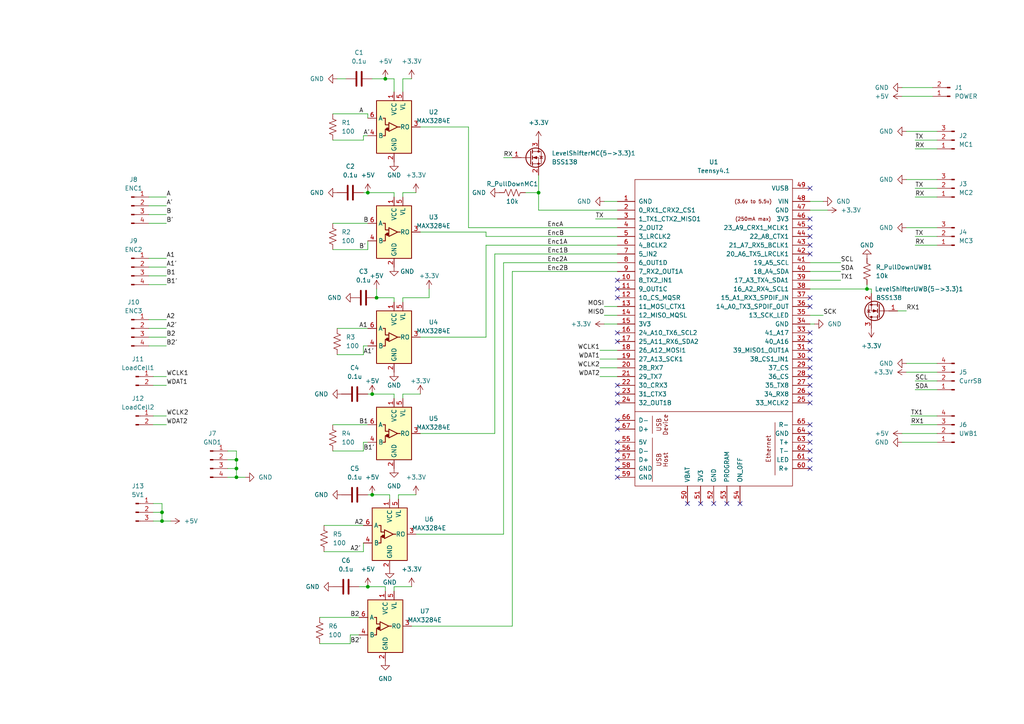
<source format=kicad_sch>
(kicad_sch (version 20230121) (generator eeschema)
  (paper "A4")
  (lib_symbols
    (symbol "Connector:Conn_01x02_Male" (pin_names (offset 1.016) hide)
      (property "Reference" "J" (at 0 2.54 0))
      (property "Value" "Conn_01x02_Male" (at 0 -5.08 0))
      (symbol "Conn_01x02_Male_1_1"
        (polyline (pts (xy 1.27 -2.54) (xy 0.8636 -2.54)) (stroke (width 0.1524)))
        (polyline (pts (xy 1.27 0) (xy 0.8636 0)) (stroke (width 0.1524)))
        (rectangle (start 0.8636 -2.413) (end 0 -2.667) (stroke (width 0.1524)) (fill (type outline)))
        (rectangle (start 0.8636 0.127) (end 0 -0.127) (stroke (width 0.1524)) (fill (type outline)))
        (pin passive line (at 5.08 0 180) (length 3.81) (name "Pin_1") (number "1"))
        (pin passive line (at 5.08 -2.54 180) (length 3.81) (name "Pin_2") (number "2"))
      )
    )
    (symbol "Connector:Conn_01x03_Male" (pin_names (offset 1.016) hide)
      (property "Reference" "J" (at 0 5.08 0))
      (property "Value" "Conn_01x03_Male" (at 0 -5.08 0))
      (symbol "Conn_01x03_Male_1_1"
        (polyline (pts (xy 1.27 -2.54) (xy 0.8636 -2.54)) (stroke (width 0.1524)))
        (polyline (pts (xy 1.27 0) (xy 0.8636 0)) (stroke (width 0.1524)))
        (polyline (pts (xy 1.27 2.54) (xy 0.8636 2.54)) (stroke (width 0.1524)))
        (rectangle (start 0.8636 -2.413) (end 0 -2.667) (stroke (width 0.1524)) (fill (type outline)))
        (rectangle (start 0.8636 0.127) (end 0 -0.127) (stroke (width 0.1524)) (fill (type outline)))
        (rectangle (start 0.8636 2.667) (end 0 2.413) (stroke (width 0.1524)) (fill (type outline)))
        (pin passive line (at 5.08 2.54 180) (length 3.81) (name "Pin_1") (number "1"))
        (pin passive line (at 5.08 0 180) (length 3.81) (name "Pin_2") (number "2"))
        (pin passive line (at 5.08 -2.54 180) (length 3.81) (name "Pin_3") (number "3"))
      )
    )
    (symbol "Connector:Conn_01x04_Male" (pin_names (offset 1.016) hide)
      (property "Reference" "J" (at 0 5.08 0))
      (property "Value" "Conn_01x04_Male" (at 0 -7.62 0))
      (symbol "Conn_01x04_Male_1_1"
        (polyline (pts (xy 1.27 -5.08) (xy 0.8636 -5.08)) (stroke (width 0.1524)))
        (polyline (pts (xy 1.27 -2.54) (xy 0.8636 -2.54)) (stroke (width 0.1524)))
        (polyline (pts (xy 1.27 0) (xy 0.8636 0)) (stroke (width 0.1524)))
        (polyline (pts (xy 1.27 2.54) (xy 0.8636 2.54)) (stroke (width 0.1524)))
        (rectangle (start 0.8636 -4.953) (end 0 -5.207) (stroke (width 0.1524)) (fill (type outline)))
        (rectangle (start 0.8636 -2.413) (end 0 -2.667) (stroke (width 0.1524)) (fill (type outline)))
        (rectangle (start 0.8636 0.127) (end 0 -0.127) (stroke (width 0.1524)) (fill (type outline)))
        (rectangle (start 0.8636 2.667) (end 0 2.413) (stroke (width 0.1524)) (fill (type outline)))
        (pin passive line (at 5.08 2.54 180) (length 3.81) (name "Pin_1") (number "1"))
        (pin passive line (at 5.08 0 180) (length 3.81) (name "Pin_2") (number "2"))
        (pin passive line (at 5.08 -2.54 180) (length 3.81) (name "Pin_3") (number "3"))
        (pin passive line (at 5.08 -5.08 180) (length 3.81) (name "Pin_4") (number "4"))
      )
    )
    (symbol "Connector:Conn_01x04_Pin" (pin_names (offset 1.016) hide)
      (property "Reference" "J" (at 0 5.08 0))
      (property "Value" "Conn_01x04_Pin" (at 0 -7.62 0))
      (symbol "Conn_01x04_Pin_1_1"
        (polyline (pts (xy 1.27 -5.08) (xy 0.8636 -5.08)) (stroke (width 0.1524)))
        (polyline (pts (xy 1.27 -2.54) (xy 0.8636 -2.54)) (stroke (width 0.1524)))
        (polyline (pts (xy 1.27 0) (xy 0.8636 0)) (stroke (width 0.1524)))
        (polyline (pts (xy 1.27 2.54) (xy 0.8636 2.54)) (stroke (width 0.1524)))
        (rectangle (start 0.8636 -4.953) (end 0 -5.207) (stroke (width 0.1524)) (fill (type outline)))
        (rectangle (start 0.8636 -2.413) (end 0 -2.667) (stroke (width 0.1524)) (fill (type outline)))
        (rectangle (start 0.8636 0.127) (end 0 -0.127) (stroke (width 0.1524)) (fill (type outline)))
        (rectangle (start 0.8636 2.667) (end 0 2.413) (stroke (width 0.1524)) (fill (type outline)))
        (pin passive line (at 5.08 2.54 180) (length 3.81) (name "Pin_1") (number "1"))
        (pin passive line (at 5.08 0 180) (length 3.81) (name "Pin_2") (number "2"))
        (pin passive line (at 5.08 -2.54 180) (length 3.81) (name "Pin_3") (number "3"))
        (pin passive line (at 5.08 -5.08 180) (length 3.81) (name "Pin_4") (number "4"))
      )
    )
    (symbol "Device:C" (pin_numbers hide) (pin_names (offset 0.254))
      (property "Reference" "C" (at 0.635 2.54 0))
      (property "Value" "C" (at 0.635 -2.54 0))
      (symbol "C_0_1"
        (polyline (pts (xy -2.032 -0.762) (xy 2.032 -0.762)) (stroke (width 0.508)))
        (polyline (pts (xy -2.032 0.762) (xy 2.032 0.762)) (stroke (width 0.508)))
      )
      (symbol "C_1_1"
        (pin passive line (at 0 3.81 270) (length 2.794) (name "~") (number "1"))
        (pin passive line (at 0 -3.81 90) (length 2.794) (name "~") (number "2"))
      )
    )
    (symbol "Device:R_US" (pin_numbers hide) (pin_names (offset 0))
      (property "Reference" "R" (at 2.54 0 90))
      (property "Value" "R_US" (at -2.54 0 90))
      (symbol "R_US_0_1"
        (polyline (pts (xy 0 -2.286) (xy 0 -2.54)))
        (polyline (pts (xy 0 2.286) (xy 0 2.54)))
        (polyline (pts (xy 0 -0.762) (xy 1.016 -1.143) (xy 0 -1.524) (xy -1.016 -1.905) (xy 0 -2.286)))
        (polyline (pts (xy 0 0.762) (xy 1.016 0.381) (xy 0 0) (xy -1.016 -0.381) (xy 0 -0.762)))
        (polyline (pts (xy 0 2.286) (xy 1.016 1.905) (xy 0 1.524) (xy -1.016 1.143) (xy 0 0.762)))
      )
      (symbol "R_US_1_1"
        (pin passive line (at 0 3.81 270) (length 1.27) (name "~") (number "1"))
        (pin passive line (at 0 -3.81 90) (length 1.27) (name "~") (number "2"))
      )
    )
    (symbol "Interface_UART:MAX3284E"
      (property "Reference" "U" (at -3.81 8.89 0))
      (property "Value" "MAX3284E" (at 3.81 8.89 0))
      (symbol "MAX3284E_0_1"
        (rectangle (start -5.08 7.62) (end 5.08 -7.62) (stroke (width 0.254)) (fill (type background)))
        (circle (center -1.905 -0.635) (radius 0.3556) (stroke (width 0.254)) (fill (type outline)))
        (rectangle (start -1.524 0.635) (end -1.524 0.635))
        (polyline (pts (xy 1.778 0) (xy 1.016 0)) (stroke (width 0.254)))
        (polyline (pts (xy -1.905 -0.635) (xy -2.54 -0.635) (xy -2.54 -2.54) (xy -3.175 -2.54)) (stroke (width 0.254)))
        (polyline (pts (xy -1.524 0.635) (xy -2.54 0.635) (xy -2.54 2.54) (xy -3.175 2.54)) (stroke (width 0.254)))
        (polyline (pts (xy 1.016 0) (xy -1.524 1.27) (xy -1.524 -1.27) (xy 1.016 0)) (stroke (width 0.254)))
      )
      (symbol "MAX3284E_1_1"
        (pin power_in line (at 0 10.16 270) (length 2.54) (name "VCC") (number "1"))
        (pin power_in line (at 0 -10.16 90) (length 2.54) (name "GND") (number "2"))
        (pin output line (at 7.62 0 180) (length 2.54) (name "RO") (number "3"))
        (pin input line (at -7.62 -2.54 0) (length 2.54) (name "B") (number "4"))
        (pin power_in line (at 2.54 10.16 270) (length 2.54) (name "VL") (number "5"))
        (pin input line (at -7.62 2.54 0) (length 2.54) (name "A") (number "6"))
      )
    )
    (symbol "Teensy4.1:Teensy4.1" (pin_names (offset 1.016))
      (property "Reference" "U" (at 0 64.77 0))
      (property "Value" "Teensy4.1" (at 0 62.23 0))
      (symbol "Teensy4.1_0_0"
        (polyline (pts (xy -22.86 -6.35) (xy 22.86 -6.35)))
        (polyline (pts (xy -17.78 -26.67) (xy -17.78 -13.97)))
        (polyline (pts (xy -17.78 -7.62) (xy -17.78 -12.7)))
        (polyline (pts (xy 17.78 -9.525) (xy 17.78 -24.765)))
        (text "(250mA max)" (at 11.43 49.53 0) (effects (font (size 1.016 1.016))))
        (text "(3.6v to 5.5v)" (at 11.43 54.61 0) (effects (font (size 1.016 1.016))))
        (text "Device" (at -13.97 -10.16 900) (effects (font (size 1.27 1.27))))
        (text "Ethernet" (at 15.875 -17.145 900) (effects (font (size 1.27 1.27))))
        (text "Host" (at -13.97 -20.32 900) (effects (font (size 1.27 1.27))))
        (text "USB" (at -15.875 -20.32 900) (effects (font (size 1.27 1.27))))
        (text "USB" (at -15.875 -10.16 900) (effects (font (size 1.27 1.27))))
        (pin bidirectional line (at -27.94 31.75 0) (length 5.08) (name "8_TX2_IN1") (number "10"))
        (pin bidirectional line (at -27.94 29.21 0) (length 5.08) (name "9_OUT1C") (number "11"))
        (pin bidirectional line (at -27.94 26.67 0) (length 5.08) (name "10_CS_MQSR") (number "12"))
        (pin bidirectional line (at -27.94 24.13 0) (length 5.08) (name "11_MOSI_CTX1") (number "13"))
        (pin bidirectional line (at -27.94 21.59 0) (length 5.08) (name "12_MISO_MQSL") (number "14"))
        (pin power_in line (at -27.94 19.05 0) (length 5.08) (name "3V3") (number "15"))
        (pin bidirectional line (at -27.94 16.51 0) (length 5.08) (name "24_A10_TX6_SCL2") (number "16"))
        (pin bidirectional line (at -27.94 13.97 0) (length 5.08) (name "25_A11_RX6_SDA2") (number "17"))
        (pin bidirectional line (at -27.94 11.43 0) (length 5.08) (name "26_A12_MOSI1") (number "18"))
        (pin bidirectional line (at -27.94 8.89 0) (length 5.08) (name "27_A13_SCK1") (number "19"))
        (pin bidirectional line (at -27.94 6.35 0) (length 5.08) (name "28_RX7") (number "20"))
        (pin bidirectional line (at -27.94 3.81 0) (length 5.08) (name "29_TX7") (number "21"))
        (pin bidirectional line (at -27.94 1.27 0) (length 5.08) (name "30_CRX3") (number "22"))
        (pin bidirectional line (at -27.94 -1.27 0) (length 5.08) (name "31_CTX3") (number "23"))
        (pin bidirectional line (at -27.94 -3.81 0) (length 5.08) (name "32_OUT1B") (number "24"))
        (pin bidirectional line (at 27.94 -3.81 180) (length 5.08) (name "33_MCLK2") (number "25"))
        (pin bidirectional line (at 27.94 -1.27 180) (length 5.08) (name "34_RX8") (number "26"))
        (pin bidirectional line (at 27.94 1.27 180) (length 5.08) (name "35_TX8") (number "27"))
        (pin bidirectional line (at 27.94 3.81 180) (length 5.08) (name "36_CS") (number "28"))
        (pin bidirectional line (at 27.94 6.35 180) (length 5.08) (name "37_CS") (number "29"))
        (pin bidirectional line (at 27.94 8.89 180) (length 5.08) (name "38_CS1_IN1") (number "30"))
        (pin bidirectional line (at 27.94 11.43 180) (length 5.08) (name "39_MISO1_OUT1A") (number "31"))
        (pin bidirectional line (at 27.94 13.97 180) (length 5.08) (name "40_A16") (number "32"))
        (pin bidirectional line (at 27.94 16.51 180) (length 5.08) (name "41_A17") (number "33"))
        (pin bidirectional line (at 27.94 21.59 180) (length 5.08) (name "13_SCK_LED") (number "35"))
        (pin bidirectional line (at 27.94 24.13 180) (length 5.08) (name "14_A0_TX3_SPDIF_OUT") (number "36"))
        (pin bidirectional line (at 27.94 26.67 180) (length 5.08) (name "15_A1_RX3_SPDIF_IN") (number "37"))
        (pin bidirectional line (at 27.94 29.21 180) (length 5.08) (name "16_A2_RX4_SCL1") (number "38"))
        (pin bidirectional line (at 27.94 31.75 180) (length 5.08) (name "17_A3_TX4_SDA1") (number "39"))
        (pin bidirectional line (at 27.94 34.29 180) (length 5.08) (name "18_A4_SDA") (number "40"))
        (pin bidirectional line (at 27.94 36.83 180) (length 5.08) (name "19_A5_SCL") (number "41"))
        (pin bidirectional line (at 27.94 39.37 180) (length 5.08) (name "20_A6_TX5_LRCLK1") (number "42"))
        (pin bidirectional line (at 27.94 41.91 180) (length 5.08) (name "21_A7_RX5_BCLK1") (number "43"))
        (pin bidirectional line (at 27.94 44.45 180) (length 5.08) (name "22_A8_CTX1") (number "44"))
        (pin bidirectional line (at 27.94 46.99 180) (length 5.08) (name "23_A9_CRX1_MCLK1") (number "45"))
        (pin output line (at 27.94 49.53 180) (length 5.08) (name "3V3") (number "46"))
        (pin output line (at 27.94 52.07 180) (length 5.08) (name "GND") (number "47"))
        (pin power_in line (at 27.94 54.61 180) (length 5.08) (name "VIN") (number "48"))
        (pin power_out line (at 27.94 58.42 180) (length 5.08) (name "VUSB") (number "49"))
        (pin bidirectional line (at -27.94 44.45 0) (length 5.08) (name "3_LRCLK2") (number "5"))
        (pin power_in line (at -7.62 -33.02 90) (length 5.08) (name "VBAT") (number "50"))
        (pin power_in line (at -3.81 -33.02 90) (length 5.08) (name "3V3") (number "51"))
        (pin input line (at 0 -33.02 90) (length 5.08) (name "GND") (number "52"))
        (pin input line (at 3.81 -33.02 90) (length 5.08) (name "PROGRAM") (number "53"))
        (pin input line (at 7.62 -33.02 90) (length 5.08) (name "ON_OFF") (number "54"))
        (pin power_out line (at -27.94 -15.24 0) (length 5.08) (name "5V") (number "55"))
        (pin bidirectional line (at -27.94 -17.78 0) (length 5.08) (name "D-") (number "56"))
        (pin bidirectional line (at -27.94 -20.32 0) (length 5.08) (name "D+") (number "57"))
        (pin power_in line (at -27.94 -22.86 0) (length 5.08) (name "GND") (number "58"))
        (pin power_in line (at -27.94 -25.4 0) (length 5.08) (name "GND") (number "59"))
        (pin bidirectional line (at -27.94 41.91 0) (length 5.08) (name "4_BCLK2") (number "6"))
        (pin bidirectional line (at 27.94 -22.86 180) (length 5.08) (name "R+") (number "60"))
        (pin bidirectional line (at 27.94 -20.32 180) (length 5.08) (name "LED") (number "61"))
        (pin bidirectional line (at 27.94 -17.78 180) (length 5.08) (name "T-") (number "62"))
        (pin bidirectional line (at 27.94 -15.24 180) (length 5.08) (name "T+") (number "63"))
        (pin power_in line (at 27.94 -12.7 180) (length 5.08) (name "GND") (number "64"))
        (pin bidirectional line (at 27.94 -10.16 180) (length 5.08) (name "R-") (number "65"))
        (pin bidirectional line (at -27.94 -8.89 0) (length 5.08) (name "D-") (number "66"))
        (pin bidirectional line (at -27.94 -11.43 0) (length 5.08) (name "D+") (number "67"))
        (pin bidirectional line (at -27.94 39.37 0) (length 5.08) (name "5_IN2") (number "7"))
        (pin bidirectional line (at -27.94 36.83 0) (length 5.08) (name "6_OUT1D") (number "8"))
        (pin bidirectional line (at -27.94 34.29 0) (length 5.08) (name "7_RX2_OUT1A") (number "9"))
      )
      (symbol "Teensy4.1_0_1"
        (rectangle (start -22.86 60.96) (end 22.86 -27.94))
        (rectangle (start -20.32 -1.27) (end -20.32 -1.27))
      )
      (symbol "Teensy4.1_1_1"
        (pin power_in line (at -27.94 54.61 0) (length 5.08) (name "GND") (number "1"))
        (pin bidirectional line (at -27.94 52.07 0) (length 5.08) (name "0_RX1_CRX2_CS1") (number "2"))
        (pin bidirectional line (at -27.94 49.53 0) (length 5.08) (name "1_TX1_CTX2_MISO1") (number "3"))
        (pin power_in line (at 27.94 19.05 180) (length 5.08) (name "GND") (number "34"))
        (pin bidirectional line (at -27.94 46.99 0) (length 5.08) (name "2_OUT2") (number "4"))
      )
    )
    (symbol "Transistor_FET:BSS138" (pin_names hide)
      (property "Reference" "Q" (at 5.08 1.905 0))
      (property "Value" "BSS138" (at 5.08 0 0))
      (symbol "BSS138_0_1"
        (polyline (pts (xy 0.254 0) (xy -2.54 0)))
        (polyline (pts (xy 0.254 1.905) (xy 0.254 -1.905)) (stroke (width 0.254)))
        (polyline (pts (xy 0.762 -1.27) (xy 0.762 -2.286)) (stroke (width 0.254)))
        (polyline (pts (xy 0.762 0.508) (xy 0.762 -0.508)) (stroke (width 0.254)))
        (polyline (pts (xy 0.762 2.286) (xy 0.762 1.27)) (stroke (width 0.254)))
        (polyline (pts (xy 2.54 2.54) (xy 2.54 1.778)))
        (polyline (pts (xy 2.54 -2.54) (xy 2.54 0) (xy 0.762 0)))
        (polyline (pts (xy 0.762 -1.778) (xy 3.302 -1.778) (xy 3.302 1.778) (xy 0.762 1.778)))
        (polyline (pts (xy 1.016 0) (xy 2.032 0.381) (xy 2.032 -0.381) (xy 1.016 0)) (fill (type outline)))
        (polyline (pts (xy 2.794 0.508) (xy 2.921 0.381) (xy 3.683 0.381) (xy 3.81 0.254)))
        (polyline (pts (xy 3.302 0.381) (xy 2.921 -0.254) (xy 3.683 -0.254) (xy 3.302 0.381)))
        (circle (center 1.651 0) (radius 2.794) (stroke (width 0.254)))
        (circle (center 2.54 -1.778) (radius 0.254) (fill (type outline)))
        (circle (center 2.54 1.778) (radius 0.254) (fill (type outline)))
      )
      (symbol "BSS138_1_1"
        (pin input line (at -5.08 0 0) (length 2.54) (name "G") (number "1"))
        (pin passive line (at 2.54 -5.08 90) (length 2.54) (name "S") (number "2"))
        (pin passive line (at 2.54 5.08 270) (length 2.54) (name "D") (number "3"))
      )
    )
    (symbol "power:+3.3V" (power) (pin_names (offset 0))
      (property "Value" "+3.3V" (at 0 3.556 0))
      (symbol "+3.3V_0_1"
        (polyline (pts (xy -0.762 1.27) (xy 0 2.54)))
        (polyline (pts (xy 0 0) (xy 0 2.54)))
        (polyline (pts (xy 0 2.54) (xy 0.762 1.27)))
      )
      (symbol "+3.3V_1_1"
        (pin power_in line (at 0 0 90) (length 0) hide (name "+3.3V") (number "1"))
      )
    )
    (symbol "power:+5V" (power) (pin_names (offset 0))
      (property "Value" "+5V" (at 0 3.556 0))
      (symbol "+5V_0_1"
        (polyline (pts (xy -0.762 1.27) (xy 0 2.54)))
        (polyline (pts (xy 0 0) (xy 0 2.54)))
        (polyline (pts (xy 0 2.54) (xy 0.762 1.27)))
      )
      (symbol "+5V_1_1"
        (pin power_in line (at 0 0 90) (length 0) hide (name "+5V") (number "1"))
      )
    )
    (symbol "power:GND" (power) (pin_names (offset 0))
      (property "Value" "GND" (at 0 -3.81 0))
      (symbol "GND_0_1"
        (polyline (pts (xy 0 0) (xy 0 -1.27) (xy 1.27 -1.27) (xy 0 -2.54) (xy -1.27 -1.27) (xy 0 -1.27)))
      )
      (symbol "GND_1_1"
        (pin power_in line (at 0 0 270) (length 0) hide (name "GND") (number "1"))
      )
    )
  )
  (junction (at 107.95 114.3))
  (junction (at 251.46 83.82))
  (junction (at 68.58 133.35))
  (junction (at 109.22 86.36))
  (junction (at 68.58 135.89))
  (junction (at 46.99 151.13))
  (junction (at 111.76 22.86))
  (junction (at 156.21 55.88))
  (junction (at 68.58 138.43))
  (junction (at 46.99 148.59))
  (junction (at 106.68 170.18))
  (junction (at 107.95 143.51))
  (junction (at 106.68 55.88))
  (no_connect (at 179.07 111.76))
  (no_connect (at 179.07 114.3))
  (no_connect (at 179.07 116.84))
  (no_connect (at 179.07 81.28))
  (no_connect (at 179.07 83.82))
  (no_connect (at 179.07 86.36))
  (no_connect (at 179.07 96.52))
  (no_connect (at 179.07 99.06))
  (no_connect (at 234.95 109.22))
  (no_connect (at 234.95 111.76))
  (no_connect (at 234.95 114.3))
  (no_connect (at 234.95 116.84))
  (no_connect (at 234.95 88.9))
  (no_connect (at 234.95 54.61))
  (no_connect (at 234.95 96.52))
  (no_connect (at 234.95 86.36))
  (no_connect (at 234.95 63.5))
  (no_connect (at 234.95 66.04))
  (no_connect (at 234.95 68.58))
  (no_connect (at 234.95 71.12))
  (no_connect (at 234.95 73.66))
  (no_connect (at 234.95 99.06))
  (no_connect (at 234.95 104.14))
  (no_connect (at 234.95 106.68))
  (no_connect (at 234.95 101.6))
  (no_connect (at 234.95 123.19))
  (no_connect (at 234.95 128.27))
  (no_connect (at 234.95 130.81))
  (no_connect (at 234.95 133.35))
  (no_connect (at 234.95 135.89))
  (no_connect (at 234.95 125.73))
  (no_connect (at 179.07 128.27))
  (no_connect (at 179.07 130.81))
  (no_connect (at 179.07 121.92))
  (no_connect (at 179.07 124.46))
  (no_connect (at 179.07 133.35))
  (no_connect (at 179.07 135.89))
  (no_connect (at 179.07 138.43))
  (no_connect (at 214.63 146.05))
  (no_connect (at 210.82 146.05))
  (no_connect (at 207.01 146.05))
  (no_connect (at 203.2 146.05))
  (no_connect (at 199.39 146.05))
  (wire (pts (xy 105.41 40.64) (xy 96.52 40.64)))
  (wire (pts (xy 121.92 97.79) (xy 140.97 97.79)))
  (wire (pts (xy 107.95 22.86) (xy 111.76 22.86)))
  (wire (pts (xy 135.89 36.83) (xy 135.89 66.04)))
  (wire (pts (xy 234.95 78.74) (xy 243.84 78.74)))
  (wire (pts (xy 152.4 55.88) (xy 156.21 55.88)))
  (wire (pts (xy 265.43 54.61) (xy 271.78 54.61)))
  (wire (pts (xy 261.62 25.4) (xy 270.51 25.4)))
  (wire (pts (xy 234.95 91.44) (xy 238.76 91.44)))
  (wire (pts (xy 265.43 113.03) (xy 271.78 113.03)))
  (wire (pts (xy 156.21 60.96) (xy 179.07 60.96)))
  (wire (pts (xy 113.03 143.51) (xy 107.95 143.51)))
  (wire (pts (xy 96.52 130.81) (xy 105.41 130.81)))
  (wire (pts (xy 44.45 109.22) (xy 48.26 109.22)))
  (wire (pts (xy 44.45 111.76) (xy 48.26 111.76)))
  (wire (pts (xy 175.26 93.98) (xy 179.07 93.98)))
  (wire (pts (xy 260.35 90.17) (xy 262.89 90.17)))
  (wire (pts (xy 105.41 55.88) (xy 106.68 55.88)))
  (wire (pts (xy 105.41 160.02) (xy 93.98 160.02)))
  (wire (pts (xy 265.43 71.12) (xy 271.78 71.12)))
  (wire (pts (xy 173.99 104.14) (xy 179.07 104.14)))
  (wire (pts (xy 101.6 86.36) (xy 102.87 86.36)))
  (wire (pts (xy 265.43 110.49) (xy 271.78 110.49)))
  (wire (pts (xy 120.65 154.94) (xy 146.05 154.94)))
  (wire (pts (xy 68.58 138.43) (xy 71.12 138.43)))
  (wire (pts (xy 66.04 138.43) (xy 68.58 138.43)))
  (wire (pts (xy 143.51 125.73) (xy 143.51 73.66)))
  (wire (pts (xy 43.18 77.47) (xy 48.26 77.47)))
  (wire (pts (xy 148.59 78.74) (xy 179.07 78.74)))
  (wire (pts (xy 105.41 102.87) (xy 105.41 100.33)))
  (wire (pts (xy 97.79 102.87) (xy 105.41 102.87)))
  (wire (pts (xy 140.97 97.79) (xy 140.97 71.12)))
  (wire (pts (xy 175.26 91.44) (xy 179.07 91.44)))
  (wire (pts (xy 93.98 152.4) (xy 105.41 152.4)))
  (wire (pts (xy 252.73 85.09) (xy 252.73 83.82)))
  (wire (pts (xy 43.18 59.69) (xy 48.26 59.69)))
  (wire (pts (xy 119.38 181.61) (xy 148.59 181.61)))
  (wire (pts (xy 262.89 105.41) (xy 271.78 105.41)))
  (wire (pts (xy 43.18 95.25) (xy 48.26 95.25)))
  (wire (pts (xy 234.95 81.28) (xy 243.84 81.28)))
  (wire (pts (xy 105.41 157.48) (xy 105.41 160.02)))
  (wire (pts (xy 105.41 39.37) (xy 105.41 40.64)))
  (wire (pts (xy 234.95 93.98) (xy 236.22 93.98)))
  (wire (pts (xy 68.58 130.81) (xy 66.04 130.81)))
  (wire (pts (xy 261.62 27.94) (xy 270.51 27.94)))
  (wire (pts (xy 175.26 58.42) (xy 179.07 58.42)))
  (wire (pts (xy 115.57 144.78) (xy 115.57 143.51)))
  (wire (pts (xy 115.57 143.51) (xy 120.65 143.51)))
  (wire (pts (xy 43.18 57.15) (xy 48.26 57.15)))
  (wire (pts (xy 262.89 52.07) (xy 271.78 52.07)))
  (wire (pts (xy 173.99 109.22) (xy 179.07 109.22)))
  (wire (pts (xy 146.05 76.2) (xy 179.07 76.2)))
  (wire (pts (xy 97.79 22.86) (xy 100.33 22.86)))
  (wire (pts (xy 44.45 148.59) (xy 46.99 148.59)))
  (wire (pts (xy 264.16 120.65) (xy 271.78 120.65)))
  (wire (pts (xy 44.45 146.05) (xy 46.99 146.05)))
  (wire (pts (xy 116.84 86.36) (xy 124.46 86.36)))
  (wire (pts (xy 262.89 66.04) (xy 271.78 66.04)))
  (wire (pts (xy 261.62 128.27) (xy 271.78 128.27)))
  (wire (pts (xy 66.04 135.89) (xy 68.58 135.89)))
  (wire (pts (xy 97.79 95.25) (xy 106.68 95.25)))
  (wire (pts (xy 143.51 73.66) (xy 179.07 73.66)))
  (wire (pts (xy 96.52 64.77) (xy 106.68 64.77)))
  (wire (pts (xy 172.72 63.5) (xy 179.07 63.5)))
  (wire (pts (xy 104.14 170.18) (xy 106.68 170.18)))
  (wire (pts (xy 116.84 22.86) (xy 119.38 22.86)))
  (wire (pts (xy 148.59 181.61) (xy 148.59 78.74)))
  (wire (pts (xy 44.45 151.13) (xy 46.99 151.13)))
  (wire (pts (xy 43.18 100.33) (xy 48.26 100.33)))
  (wire (pts (xy 43.18 92.71) (xy 48.26 92.71)))
  (wire (pts (xy 265.43 57.15) (xy 271.78 57.15)))
  (wire (pts (xy 105.41 130.81) (xy 105.41 128.27)))
  (wire (pts (xy 43.18 64.77) (xy 48.26 64.77)))
  (wire (pts (xy 156.21 55.88) (xy 156.21 60.96)))
  (wire (pts (xy 114.3 26.67) (xy 114.3 22.86)))
  (wire (pts (xy 116.84 26.67) (xy 116.84 22.86)))
  (wire (pts (xy 251.46 82.55) (xy 251.46 83.82)))
  (wire (pts (xy 68.58 135.89) (xy 68.58 133.35)))
  (wire (pts (xy 114.3 86.36) (xy 109.22 86.36)))
  (wire (pts (xy 140.97 68.58) (xy 179.07 68.58)))
  (wire (pts (xy 234.95 58.42) (xy 238.76 58.42)))
  (wire (pts (xy 104.14 184.15) (xy 101.6 184.15)))
  (wire (pts (xy 265.43 43.18) (xy 271.78 43.18)))
  (wire (pts (xy 68.58 133.35) (xy 68.58 130.81)))
  (wire (pts (xy 106.68 55.88) (xy 114.3 55.88)))
  (wire (pts (xy 114.3 114.3) (xy 107.95 114.3)))
  (wire (pts (xy 46.99 148.59) (xy 46.99 151.13)))
  (wire (pts (xy 116.84 57.15) (xy 116.84 55.88)))
  (wire (pts (xy 264.16 123.19) (xy 271.78 123.19)))
  (wire (pts (xy 114.3 87.63) (xy 114.3 86.36)))
  (wire (pts (xy 114.3 170.18) (xy 119.38 170.18)))
  (wire (pts (xy 262.89 107.95) (xy 271.78 107.95)))
  (wire (pts (xy 105.41 100.33) (xy 106.68 100.33)))
  (wire (pts (xy 262.89 38.1) (xy 271.78 38.1)))
  (wire (pts (xy 46.99 146.05) (xy 46.99 148.59)))
  (wire (pts (xy 261.62 125.73) (xy 271.78 125.73)))
  (wire (pts (xy 173.99 101.6) (xy 179.07 101.6)))
  (wire (pts (xy 96.52 123.19) (xy 106.68 123.19)))
  (wire (pts (xy 46.99 151.13) (xy 49.53 151.13)))
  (wire (pts (xy 121.92 36.83) (xy 135.89 36.83)))
  (wire (pts (xy 101.6 184.15) (xy 101.6 186.69)))
  (wire (pts (xy 116.84 87.63) (xy 116.84 86.36)))
  (wire (pts (xy 265.43 40.64) (xy 271.78 40.64)))
  (wire (pts (xy 121.92 125.73) (xy 143.51 125.73)))
  (wire (pts (xy 114.3 22.86) (xy 111.76 22.86)))
  (wire (pts (xy 106.68 114.3) (xy 107.95 114.3)))
  (wire (pts (xy 106.68 143.51) (xy 107.95 143.51)))
  (wire (pts (xy 43.18 97.79) (xy 48.26 97.79)))
  (wire (pts (xy 234.95 76.2) (xy 243.84 76.2)))
  (wire (pts (xy 121.92 67.31) (xy 140.97 67.31)))
  (wire (pts (xy 252.73 83.82) (xy 251.46 83.82)))
  (wire (pts (xy 113.03 144.78) (xy 113.03 143.51)))
  (wire (pts (xy 114.3 171.45) (xy 114.3 170.18)))
  (wire (pts (xy 109.22 86.36) (xy 109.22 83.82)))
  (wire (pts (xy 43.18 80.01) (xy 48.26 80.01)))
  (wire (pts (xy 114.3 57.15) (xy 114.3 55.88)))
  (wire (pts (xy 111.76 171.45) (xy 111.76 170.18)))
  (wire (pts (xy 92.71 179.07) (xy 104.14 179.07)))
  (wire (pts (xy 116.84 115.57) (xy 116.84 114.3)))
  (wire (pts (xy 43.18 82.55) (xy 48.26 82.55)))
  (wire (pts (xy 234.95 83.82) (xy 251.46 83.82)))
  (wire (pts (xy 234.95 60.96) (xy 240.03 60.96)))
  (wire (pts (xy 43.18 62.23) (xy 48.26 62.23)))
  (wire (pts (xy 124.46 86.36) (xy 124.46 83.82)))
  (wire (pts (xy 116.84 55.88) (xy 120.65 55.88)))
  (wire (pts (xy 43.18 74.93) (xy 48.26 74.93)))
  (wire (pts (xy 116.84 114.3) (xy 121.92 114.3)))
  (wire (pts (xy 173.99 106.68) (xy 179.07 106.68)))
  (wire (pts (xy 105.41 128.27) (xy 106.68 128.27)))
  (wire (pts (xy 156.21 50.8) (xy 156.21 55.88)))
  (wire (pts (xy 146.05 154.94) (xy 146.05 76.2)))
  (wire (pts (xy 265.43 68.58) (xy 271.78 68.58)))
  (wire (pts (xy 44.45 120.65) (xy 48.26 120.65)))
  (wire (pts (xy 111.76 170.18) (xy 106.68 170.18)))
  (wire (pts (xy 106.68 33.02) (xy 106.68 34.29)))
  (wire (pts (xy 175.26 88.9) (xy 179.07 88.9)))
  (wire (pts (xy 96.52 33.02) (xy 106.68 33.02)))
  (wire (pts (xy 140.97 67.31) (xy 140.97 68.58)))
  (wire (pts (xy 68.58 138.43) (xy 68.58 135.89)))
  (wire (pts (xy 140.97 71.12) (xy 179.07 71.12)))
  (wire (pts (xy 146.05 45.72) (xy 148.59 45.72)))
  (wire (pts (xy 96.52 72.39) (xy 106.68 72.39)))
  (wire (pts (xy 101.6 186.69) (xy 92.71 186.69)))
  (wire (pts (xy 114.3 115.57) (xy 114.3 114.3)))
  (wire (pts (xy 106.68 72.39) (xy 106.68 69.85)))
  (wire (pts (xy 44.45 123.19) (xy 48.26 123.19)))
  (wire (pts (xy 66.04 133.35) (xy 68.58 133.35)))
  (wire (pts (xy 106.68 39.37) (xy 105.41 39.37)))
  (wire (pts (xy 135.89 66.04) (xy 179.07 66.04)))
  (label "EncB" (at 158.75 68.58 0))
  (label "B1" (at 48.26 80.01 0))
  (label "Enc2A" (at 158.75 76.2 0))
  (label "WCLK2" (at 48.26 120.65 0))
  (label "EncA" (at 158.75 66.04 0))
  (label "MOSI" (at 175.26 88.9 180))
  (label "Enc1B" (at 158.75 73.66 0))
  (label "WDAT1" (at 173.99 104.14 180))
  (label "WCLK1" (at 48.26 109.22 0))
  (label "WDAT1" (at 48.26 111.76 0))
  (label "A" (at 104.14 33.02 0))
  (label "B'" (at 48.26 64.77 0))
  (label "A2" (at 102.87 152.4 0))
  (label "TX" (at 172.72 63.5 0))
  (label "B1'" (at 105.41 130.81 0))
  (label "B'" (at 104.14 72.39 0))
  (label "TX1" (at 243.84 81.28 0))
  (label "RX1" (at 264.16 123.19 0))
  (label "A'" (at 105.41 39.37 0))
  (label "MISO" (at 175.26 91.44 180))
  (label "SCL" (at 265.43 110.49 0))
  (label "B" (at 48.26 62.23 0))
  (label "RX" (at 265.43 57.15 0))
  (label "B2'" (at 48.26 100.33 0))
  (label "WDAT2" (at 173.99 109.22 180))
  (label "A1'" (at 48.26 77.47 0))
  (label "TX" (at 265.43 54.61 0))
  (label "Enc1A" (at 158.75 71.12 0))
  (label "WCLK2" (at 173.99 106.68 180))
  (label "RX1" (at 262.89 90.17 0))
  (label "WCLK1" (at 173.99 101.6 180))
  (label "B1" (at 104.14 123.19 0))
  (label "SCL" (at 243.84 76.2 0))
  (label "A" (at 48.26 57.15 0))
  (label "TX1" (at 264.16 120.65 0))
  (label "B2" (at 48.26 97.79 0))
  (label "Enc2B" (at 158.75 78.74 0))
  (label "SDA" (at 265.43 113.03 0))
  (label "RX" (at 265.43 71.12 0))
  (label "TX" (at 265.43 68.58 0))
  (label "A2'" (at 101.6 160.02 0))
  (label "SCK" (at 238.76 91.44 0))
  (label "TX" (at 265.43 40.64 0))
  (label "RX" (at 265.43 43.18 0))
  (label "B2'" (at 101.6 186.69 0))
  (label "B1'" (at 48.26 82.55 0))
  (label "B2" (at 101.6 179.07 0))
  (label "A1'" (at 105.41 102.87 0))
  (label "A1" (at 104.14 95.25 0))
  (label "A1" (at 48.26 74.93 0))
  (label "SDA" (at 243.84 78.74 0))
  (label "A2'" (at 48.26 95.25 0))
  (label "RX" (at 146.05 45.72 0))
  (label "B" (at 105.41 64.77 0))
  (label "A2" (at 48.26 92.71 0))
  (label "WDAT2" (at 48.26 123.19 0))
  (label "A'" (at 48.26 59.69 0))
  (symbol (lib_id "power:GND") (at 262.89 105.41 270) (unit 1)
    (property "Reference" "#PWR0131" (effects hide))
    (property "Value" "GND" (at 259.08 105.4099 90) (effects (justify right)))
  )
  (symbol (lib_id "Device:C") (at 104.14 22.86 90) (unit 1)
    (property "Reference" "C1" (at 104.14 15.24 90))
    (property "Value" "0.1u" (at 104.14 17.78 90))
    (property "Footprint" "teensy:0.1uFCap" (effects hide))
  )
  (symbol (lib_id "Connector:Conn_01x02_Male") (at 39.37 109.22 0) (unit 1)
    (property "Reference" "J11" (at 40.005 104.14 0))
    (property "Value" "LoadCell1" (at 40.005 106.68 0))
    (property "Footprint" "teensy:2pinJST" (effects hide))
  )
  (symbol (lib_id "Connector:Conn_01x03_Male") (at 276.86 40.64 180) (unit 1)
    (property "Reference" "J2" (at 278.13 39.3699 0) (effects (justify right)))
    (property "Value" "MC1" (at 278.13 41.9099 0) (effects (justify right)))
    (property "Footprint" "teensy:3pinJST" (effects hide))
  )
  (symbol (lib_id "Interface_UART:MAX3284E") (at 114.3 36.83 0) (unit 1)
    (property "Reference" "U2" (at 125.73 32.4993 0))
    (property "Value" "MAX3284E" (at 125.73 35.0393 0))
    (property "Footprint" "Package_TO_SOT_SMD:SOT-23-6" (effects hide))
    (property "Datasheet" "https://datasheets.maximintegrated.com/en/ds/MAX3280E-MAX3284E.pdf" (effects hide))
  )
  (symbol (lib_id "power:+5V") (at 261.62 27.94 90) (unit 1)
    (property "Reference" "#PWR0144" (effects hide))
    (property "Value" "+5V" (at 257.81 27.9399 90) (effects (justify left)))
  )
  (symbol (lib_id "Transistor_FET:BSS138") (at 153.67 45.72 0) (unit 1)
    (property "Reference" "LevelShifterMC(5->3.3)1" (at 160.02 44.4499 0) (effects (justify left)))
    (property "Value" "BSS138" (at 160.02 46.9899 0) (effects (justify left)))
    (property "Footprint" "Package_TO_SOT_SMD:SOT-23" (effects hide))
    (property "Datasheet" "https://www.onsemi.com/pub/Collateral/BSS138-D.PDF" (effects hide))
  )
  (symbol (lib_id "power:GND") (at 262.89 38.1 270) (unit 1)
    (property "Reference" "#PWR0147" (effects hide))
    (property "Value" "GND" (at 259.08 38.0999 90) (effects (justify right)))
  )
  (symbol (lib_id "power:+3.3V") (at 119.38 22.86 0) (unit 1)
    (property "Reference" "#PWR0124" (effects hide))
    (property "Value" "+3.3V" (at 119.38 17.78 0))
  )
  (symbol (lib_id "Device:C") (at 105.41 86.36 90) (unit 1)
    (property "Reference" "C3" (at 105.41 78.74 90))
    (property "Value" "0.1u" (at 105.41 81.28 90))
    (property "Footprint" "teensy:0.1uFCap" (effects hide))
  )
  (symbol (lib_id "Connector:Conn_01x04_Male") (at 38.1 77.47 0) (unit 1)
    (property "Reference" "J9" (at 38.735 69.85 0))
    (property "Value" "ENC2" (at 38.735 72.39 0))
    (property "Footprint" "teensy:4pinJST" (effects hide))
  )
  (symbol (lib_id "Connector:Conn_01x04_Male") (at 38.1 59.69 0) (unit 1)
    (property "Reference" "J8" (at 38.735 52.07 0))
    (property "Value" "ENC1" (at 38.735 54.61 0))
    (property "Footprint" "teensy:4pinJST" (effects hide))
  )
  (symbol (lib_id "power:GND") (at 114.3 46.99 0) (unit 1)
    (property "Reference" "#PWR0122" (effects hide))
    (property "Value" "GND" (at 114.3 50.8 0))
  )
  (symbol (lib_id "Interface_UART:MAX3284E") (at 111.76 181.61 0) (unit 1)
    (property "Reference" "U7" (at 123.19 177.2793 0))
    (property "Value" "MAX3284E" (at 123.19 179.8193 0))
    (property "Footprint" "Package_TO_SOT_SMD:SOT-23-6" (effects hide))
    (property "Datasheet" "https://datasheets.maximintegrated.com/en/ds/MAX3280E-MAX3284E.pdf" (effects hide))
  )
  (symbol (lib_id "Connector:Conn_01x02_Male") (at 275.59 27.94 180) (unit 1)
    (property "Reference" "J1" (at 276.86 25.3999 0) (effects (justify right)))
    (property "Value" "POWER" (at 276.86 27.9399 0) (effects (justify right)))
    (property "Footprint" "teensy:2pinJST" (effects hide))
  )
  (symbol (lib_id "power:+5V") (at 109.22 83.82 0) (unit 1)
    (property "Reference" "#PWR0109" (effects hide))
    (property "Value" "+5V" (at 109.22 80.01 0))
  )
  (symbol (lib_id "Connector:Conn_01x03_Male") (at 276.86 54.61 180) (unit 1)
    (property "Reference" "J3" (at 278.13 53.3399 0) (effects (justify right)))
    (property "Value" "MC2" (at 278.13 55.8799 0) (effects (justify right)))
    (property "Footprint" "teensy:3pinJST" (effects hide))
  )
  (symbol (lib_id "power:+3.3V") (at 121.92 114.3 0) (unit 1)
    (property "Reference" "#PWR0117" (effects hide))
    (property "Value" "+3.3V" (at 121.92 110.49 0))
  )
  (symbol (lib_id "power:+3.3V") (at 262.89 107.95 90) (unit 1)
    (property "Reference" "#PWR0132" (effects hide))
    (property "Value" "+3.3V" (at 259.08 107.9499 90) (effects (justify left)))
  )
  (symbol (lib_id "power:GND") (at 261.62 128.27 270) (unit 1)
    (property "Reference" "#PWR0129" (effects hide))
    (property "Value" "GND" (at 257.81 128.2699 90) (effects (justify right)))
  )
  (symbol (lib_id "Device:C") (at 101.6 55.88 90) (unit 1)
    (property "Reference" "C2" (at 101.6 48.26 90))
    (property "Value" "0.1u" (at 101.6 50.8 90))
    (property "Footprint" "teensy:0.1uFCap" (effects hide))
  )
  (symbol (lib_id "power:+5V") (at 106.68 55.88 0) (unit 1)
    (property "Reference" "#PWR0126" (effects hide))
    (property "Value" "+5V" (at 106.68 50.8 0))
  )
  (symbol (lib_id "power:+3.3V") (at 120.65 55.88 0) (unit 1)
    (property "Reference" "#PWR0123" (effects hide))
    (property "Value" "+3.3V" (at 120.65 50.8 0))
  )
  (symbol (lib_id "Device:R_US") (at 148.59 55.88 90) (unit 1)
    (property "Reference" "R_PullDownMC1" (at 148.59 53.34 90))
    (property "Value" "10k" (at 148.59 58.42 90))
    (property "Footprint" "teensy:10kOhmRes" (effects hide))
  )
  (symbol (lib_id "power:GND") (at 111.76 191.77 0) (unit 1)
    (property "Reference" "#PWR0116" (effects hide))
    (property "Value" "GND" (at 111.76 196.85 0))
  )
  (symbol (lib_id "Connector:Conn_01x04_Male") (at 276.86 110.49 180) (unit 1)
    (property "Reference" "J5" (at 278.13 107.9499 0) (effects (justify right)))
    (property "Value" "CurrSB" (at 278.13 110.49 0) (effects (justify right)))
    (property "Footprint" "Connector_JST:JST_XH_S4B-XH-A_1x04_P2.50mm_Horizontal" (effects hide))
  )
  (symbol (lib_id "power:+3.3V") (at 124.46 83.82 0) (unit 1)
    (property "Reference" "#PWR0113" (effects hide))
    (property "Value" "+3.3V" (at 124.46 80.01 0))
  )
  (symbol (lib_id "Teensy4.1:Teensy4.1") (at 207.01 113.03 0) (unit 1)
    (property "Reference" "U1" (at 207.01 46.99 0))
    (property "Value" "Teensy4.1" (at 207.01 49.53 0))
    (property "Footprint" "teensy:Teensy41" (effects hide))
  )
  (symbol (lib_id "power:GND") (at 175.26 58.42 270) (unit 1)
    (property "Reference" "#PWR0137" (effects hide))
    (property "Value" "GND" (at 171.45 58.4199 90) (effects (justify right)))
  )
  (symbol (lib_id "Interface_UART:MAX3284E") (at 113.03 154.94 0) (unit 1)
    (property "Reference" "U6" (at 124.46 150.6093 0))
    (property "Value" "MAX3284E" (at 124.46 153.1493 0))
    (property "Footprint" "Package_TO_SOT_SMD:SOT-23-6" (effects hide))
    (property "Datasheet" "https://datasheets.maximintegrated.com/en/ds/MAX3280E-MAX3284E.pdf" (effects hide))
  )
  (symbol (lib_id "power:GND") (at 96.52 170.18 270) (unit 1)
    (property "Reference" "#PWR0119" (effects hide))
    (property "Value" "GND" (at 92.71 170.1799 90) (effects (justify right)))
  )
  (symbol (lib_id "power:GND") (at 236.22 93.98 90) (unit 1)
    (property "Reference" "#PWR0134" (effects hide))
    (property "Value" "GND" (at 240.03 93.9799 90) (effects (justify right)))
  )
  (symbol (lib_id "Connector:Conn_01x04_Pin") (at 60.96 133.35 0) (unit 1)
    (property "Reference" "J7" (at 61.595 125.73 0))
    (property "Value" "GND1" (at 61.595 128.27 0))
    (property "Footprint" "teensy:4pinJST" (effects hide))
  )
  (symbol (lib_id "power:GND") (at 113.03 165.1 0) (unit 1)
    (property "Reference" "#PWR0121" (effects hide))
    (property "Value" "GND" (at 113.03 168.91 0))
  )
  (symbol (lib_id "Connector:Conn_01x04_Male") (at 276.86 125.73 180) (unit 1)
    (property "Reference" "J6" (at 278.13 123.1899 0) (effects (justify right)))
    (property "Value" "UWB1" (at 278.13 125.7299 0) (effects (justify right)))
    (property "Footprint" "teensy:4pinJST" (effects hide))
  )
  (symbol (lib_id "power:GND") (at 262.89 66.04 270) (unit 1)
    (property "Reference" "#PWR0141" (effects hide))
    (property "Value" "GND" (at 259.08 66.0399 90) (effects (justify right)))
  )
  (symbol (lib_id "Transistor_FET:BSS138") (at 255.27 90.17 180) (unit 1)
    (property "Reference" "LevelShifterUWB(5->3.3)1" (at 279.4 83.82 0) (effects (justify left)))
    (property "Value" "BSS138" (at 261.62 86.36 0) (effects (justify left)))
    (property "Footprint" "Package_TO_SOT_SMD:SOT-23" (effects hide))
    (property "Datasheet" "https://www.onsemi.com/pub/Collateral/BSS138-D.PDF" (effects hide))
  )
  (symbol (lib_id "power:GND") (at 251.46 74.93 180) (unit 1)
    (property "Reference" "#PWR0140" (effects hide))
    (property "Value" "GND" (at 251.46 71.12 0))
  )
  (symbol (lib_id "Interface_UART:MAX3284E") (at 114.3 97.79 0) (unit 1)
    (property "Reference" "U4" (at 125.73 93.4593 0))
    (property "Value" "MAX3284E" (at 125.73 95.9993 0))
    (property "Footprint" "Package_TO_SOT_SMD:SOT-23-6" (effects hide))
    (property "Datasheet" "https://datasheets.maximintegrated.com/en/ds/MAX3280E-MAX3284E.pdf" (effects hide))
  )
  (symbol (lib_id "power:+3.3V") (at 119.38 170.18 0) (unit 1)
    (property "Reference" "#PWR0118" (effects hide))
    (property "Value" "+3.3V" (at 119.38 165.1 0))
  )
  (symbol (lib_id "Connector:Conn_01x04_Male") (at 38.1 95.25 0) (unit 1)
    (property "Reference" "J10" (at 38.735 87.63 0))
    (property "Value" "ENC3" (at 38.735 90.17 0))
    (property "Footprint" "teensy:4pinJST" (effects hide))
  )
  (symbol (lib_id "Device:R_US") (at 93.98 156.21 0) (unit 1)
    (property "Reference" "R5" (at 96.52 154.9399 0) (effects (justify left)))
    (property "Value" "100" (at 96.52 157.4799 0) (effects (justify left)))
    (property "Footprint" "teensy:100ohmR" (effects hide))
  )
  (symbol (lib_id "Interface_UART:MAX3284E") (at 114.3 67.31 0) (unit 1)
    (property "Reference" "U3" (at 125.73 62.9793 0))
    (property "Value" "MAX3284E" (at 125.73 65.5193 0))
    (property "Footprint" "Package_TO_SOT_SMD:SOT-23-6" (effects hide))
    (property "Datasheet" "https://datasheets.maximintegrated.com/en/ds/MAX3280E-MAX3284E.pdf" (effects hide))
  )
  (symbol (lib_id "power:GND") (at 144.78 55.88 270) (unit 1)
    (property "Reference" "#PWR0139" (effects hide))
    (property "Value" "GND" (at 140.97 55.8799 90) (effects (justify right)))
  )
  (symbol (lib_id "power:GND") (at 261.62 25.4 270) (unit 1)
    (property "Reference" "#PWR0145" (effects hide))
    (property "Value" "GND" (at 257.81 25.3999 90) (effects (justify right)))
  )
  (symbol (lib_id "power:GND") (at 262.89 52.07 270) (unit 1)
    (property "Reference" "#PWR0146" (effects hide))
    (property "Value" "GND" (at 259.08 52.0699 90) (effects (justify right)))
  )
  (symbol (lib_id "power:GND") (at 238.76 58.42 90) (unit 1)
    (property "Reference" "#PWR0142" (effects hide))
    (property "Value" "GND" (at 242.57 58.4199 90) (effects (justify right)))
  )
  (symbol (lib_id "power:GND") (at 99.06 114.3 270) (unit 1)
    (property "Reference" "#PWR0102" (effects hide))
    (property "Value" "GND" (at 95.25 114.2999 90) (effects (justify right)))
  )
  (symbol (lib_id "power:GND") (at 97.79 22.86 270) (unit 1)
    (property "Reference" "#PWR0128" (effects hide))
    (property "Value" "GND" (at 93.98 22.8599 90) (effects (justify right)))
  )
  (symbol (lib_id "Device:C") (at 102.87 114.3 90) (unit 1)
    (property "Reference" "C4" (at 102.87 106.68 90))
    (property "Value" "0.1u" (at 102.87 109.22 90))
    (property "Footprint" "teensy:0.1uFCap" (effects hide))
  )
  (symbol (lib_id "power:+3.3V") (at 252.73 95.25 180) (unit 1)
    (property "Reference" "#PWR0133" (effects hide))
    (property "Value" "+3.3V" (at 252.73 100.33 0))
  )
  (symbol (lib_id "Device:R_US") (at 97.79 99.06 0) (unit 1)
    (property "Reference" "R3" (at 100.33 97.7899 0) (effects (justify left)))
    (property "Value" "100" (at 100.33 100.3299 0) (effects (justify left)))
    (property "Footprint" "teensy:100ohmR" (effects hide))
  )
  (symbol (lib_id "power:+3.3V") (at 240.03 60.96 270) (unit 1)
    (property "Reference" "#PWR0143" (effects hide))
    (property "Value" "+3.3V" (at 243.84 60.9599 90) (effects (justify left)))
  )
  (symbol (lib_id "power:GND") (at 71.12 138.43 90) (unit 1)
    (property "Reference" "#PWR03" (effects hide))
    (property "Value" "GND" (at 74.93 138.4299 90) (effects (justify right)))
  )
  (symbol (lib_id "power:GND") (at 99.06 143.51 270) (unit 1)
    (property "Reference" "#PWR0104" (effects hide))
    (property "Value" "GND" (at 95.25 143.5099 90) (effects (justify right)))
  )
  (symbol (lib_id "Connector:Conn_01x03_Male") (at 276.86 68.58 180) (unit 1)
    (property "Reference" "J4" (at 278.13 67.3099 0) (effects (justify right)))
    (property "Value" "MC3" (at 278.13 69.8499 0) (effects (justify right)))
    (property "Footprint" "teensy:3pinJST" (effects hide))
  )
  (symbol (lib_id "Device:R_US") (at 96.52 68.58 0) (unit 1)
    (property "Reference" "R2" (at 99.06 67.3099 0) (effects (justify left)))
    (property "Value" "100" (at 99.06 69.8499 0) (effects (justify left)))
    (property "Footprint" "teensy:100ohmR" (effects hide))
  )
  (symbol (lib_id "Device:R_US") (at 251.46 78.74 0) (unit 1)
    (property "Reference" "R_PullDownUWB1" (at 254 77.4699 0) (effects (justify left)))
    (property "Value" "10k" (at 254 80.0099 0) (effects (justify left)))
    (property "Footprint" "teensy:10kOhmRes" (effects hide))
  )
  (symbol (lib_id "power:GND") (at 114.3 135.89 0) (unit 1)
    (property "Reference" "#PWR0115" (effects hide))
    (property "Value" "GND" (at 114.3 140.97 0))
  )
  (symbol (lib_id "power:GND") (at 114.3 77.47 0) (unit 1)
    (property "Reference" "#PWR0111" (effects hide))
    (property "Value" "GND" (at 118.11 78.74 0))
  )
  (symbol (lib_id "power:+3.3V") (at 175.26 93.98 90) (unit 1)
    (property "Reference" "#PWR0148" (effects hide))
    (property "Value" "+3.3V" (at 171.45 93.9799 90) (effects (justify left)))
  )
  (symbol (lib_id "power:+5V") (at 107.95 143.51 0) (unit 1)
    (property "Reference" "#PWR0103" (effects hide))
    (property "Value" "+5V" (at 107.95 138.43 0))
  )
  (symbol (lib_id "power:GND") (at 114.3 107.95 0) (unit 1)
    (property "Reference" "#PWR0108" (effects hide))
    (property "Value" "GND" (at 114.3 111.76 0))
  )
  (symbol (lib_id "power:+5V") (at 111.76 22.86 0) (unit 1)
    (property "Reference" "#PWR0125" (effects hide))
    (property "Value" "+5V" (at 111.76 17.78 0))
  )
  (symbol (lib_id "Interface_UART:MAX3284E") (at 114.3 125.73 0) (unit 1)
    (property "Reference" "U5" (at 125.73 121.3993 0))
    (property "Value" "MAX3284E" (at 125.73 123.9393 0))
    (property "Footprint" "Package_TO_SOT_SMD:SOT-23-6" (effects hide))
    (property "Datasheet" "https://datasheets.maximintegrated.com/en/ds/MAX3280E-MAX3284E.pdf" (effects hide))
  )
  (symbol (lib_id "power:+5V") (at 106.68 170.18 0) (unit 1)
    (property "Reference" "#PWR0120" (effects hide))
    (property "Value" "+5V" (at 106.68 165.1 0))
  )
  (symbol (lib_id "Connector:Conn_01x02_Male") (at 39.37 120.65 0) (unit 1)
    (property "Reference" "J12" (at 40.005 115.57 0))
    (property "Value" "LoadCell2" (at 40.005 118.11 0))
    (property "Footprint" "teensy:2pinJST" (effects hide))
  )
  (symbol (lib_id "Device:C") (at 102.87 143.51 90) (unit 1)
    (property "Reference" "C5" (at 102.87 135.89 90))
    (property "Value" "0.1u" (at 102.87 138.43 90))
    (property "Footprint" "teensy:0.1uFCap" (effects hide))
  )
  (symbol (lib_id "Device:R_US") (at 96.52 127 0) (unit 1)
    (property "Reference" "R4" (at 99.06 125.7299 0) (effects (justify left)))
    (property "Value" "100" (at 99.06 128.2699 0) (effects (justify left)))
    (property "Footprint" "teensy:100ohmR" (effects hide))
  )
  (symbol (lib_id "Device:C") (at 100.33 170.18 270) (unit 1)
    (property "Reference" "C6" (at 100.33 162.56 90))
    (property "Value" "0.1u" (at 100.33 165.1 90))
    (property "Footprint" "teensy:0.1uFCap" (effects hide))
  )
  (symbol (lib_id "power:+5V") (at 107.95 114.3 0) (unit 1)
    (property "Reference" "#PWR0107" (effects hide))
    (property "Value" "+5V" (at 107.95 110.49 0))
  )
  (symbol (lib_id "Connector:Conn_01x03_Male") (at 39.37 148.59 0) (unit 1)
    (property "Reference" "J13" (at 40.005 140.97 0))
    (property "Value" "5V1" (at 40.005 143.51 0))
    (property "Footprint" "teensy:3pinJST" (effects hide))
  )
  (symbol (lib_id "power:+5V") (at 49.53 151.13 270) (unit 1)
    (property "Reference" "#PWR02" (effects hide))
    (property "Value" "+5V" (at 53.34 151.1299 90) (effects (justify left)))
  )
  (symbol (lib_id "Device:R_US") (at 92.71 182.88 0) (unit 1)
    (property "Reference" "R6" (at 95.25 181.6099 0) (effects (justify left)))
    (property "Value" "100" (at 95.25 184.1499 0) (effects (justify left)))
    (property "Footprint" "teensy:100ohmR" (effects hide))
  )
  (symbol (lib_id "power:+5V") (at 261.62 125.73 90) (unit 1)
    (property "Reference" "#PWR0130" (effects hide))
    (property "Value" "+5V" (at 257.81 125.7299 90) (effects (justify left)))
  )
  (symbol (lib_id "power:GND") (at 97.79 55.88 270) (unit 1)
    (property "Reference" "#PWR0127" (effects hide))
    (property "Value" "GND" (at 93.98 55.8799 90) (effects (justify right)))
  )
  (symbol (lib_id "power:GND") (at 102.87 86.36 270) (unit 1)
    (property "Reference" "#PWR0112" (effects hide))
    (property "Value" "GND" (at 99.06 86.3599 90) (effects (justify right)))
  )
  (symbol (lib_id "power:+3.3V") (at 120.65 143.51 0) (unit 1)
    (property "Reference" "#PWR0114" (effects hide))
    (property "Value" "+3.3V" (at 120.65 138.43 0))
  )
  (symbol (lib_id "Device:R_US") (at 96.52 36.83 0) (unit 1)
    (property "Reference" "R1" (at 99.06 35.5599 0) (effects (justify left)))
    (property "Value" "100" (at 99.06 38.0999 0) (effects (justify left)))
    (property "Footprint" "teensy:100ohmR" (effects hide))
  )
  (symbol (lib_id "power:+3.3V") (at 156.21 40.64 0) (unit 1)
    (property "Reference" "#PWR0138" (effects hide))
    (property "Value" "+3.3V" (at 156.21 35.56 0))
  )
)
</source>
